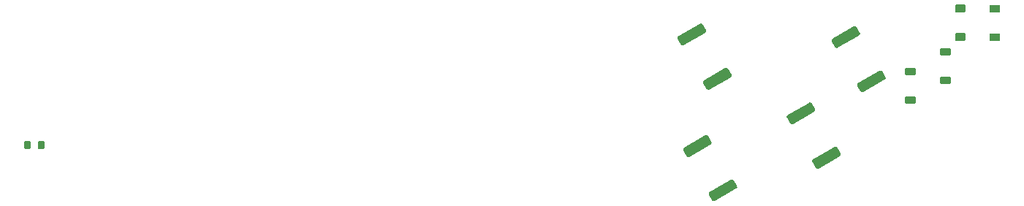
<source format=gbp>
G04 #@! TF.GenerationSoftware,KiCad,Pcbnew,7.0.10-7.0.10~ubuntu22.04.1*
G04 #@! TF.CreationDate,2024-02-13T07:31:18+00:00*
G04 #@! TF.ProjectId,uaeficopiedtovfr,75616566-6963-46f7-9069-6564746f7666,rev?*
G04 #@! TF.SameCoordinates,Original*
G04 #@! TF.FileFunction,Paste,Bot*
G04 #@! TF.FilePolarity,Positive*
%FSLAX46Y46*%
G04 Gerber Fmt 4.6, Leading zero omitted, Abs format (unit mm)*
G04 Created by KiCad (PCBNEW 7.0.10-7.0.10~ubuntu22.04.1) date 2024-02-13 07:31:18*
%MOMM*%
%LPD*%
G01*
G04 APERTURE LIST*
G04 APERTURE END LIST*
G04 #@! TO.C,D2*
G36*
G01*
X129564000Y50373000D02*
X128544000Y50373000D01*
G75*
G02*
X128454000Y50463000I0J90000D01*
G01*
X128454000Y51183000D01*
G75*
G02*
X128544000Y51273000I90000J0D01*
G01*
X129564000Y51273000D01*
G75*
G02*
X129654000Y51183000I0J-90000D01*
G01*
X129654000Y50463000D01*
G75*
G02*
X129564000Y50373000I-90000J0D01*
G01*
G37*
G36*
G01*
X129564000Y53673000D02*
X128544000Y53673000D01*
G75*
G02*
X128454000Y53763000I0J90000D01*
G01*
X128454000Y54483000D01*
G75*
G02*
X128544000Y54573000I90000J0D01*
G01*
X129564000Y54573000D01*
G75*
G02*
X129654000Y54483000I0J-90000D01*
G01*
X129654000Y53763000D01*
G75*
G02*
X129564000Y53673000I-90000J0D01*
G01*
G37*
G04 #@! TD*
G04 #@! TO.C,D5*
G36*
G01*
X125572000Y50400000D02*
X124552000Y50400000D01*
G75*
G02*
X124462000Y50490000I0J90000D01*
G01*
X124462000Y51210000D01*
G75*
G02*
X124552000Y51300000I90000J0D01*
G01*
X125572000Y51300000D01*
G75*
G02*
X125662000Y51210000I0J-90000D01*
G01*
X125662000Y50490000D01*
G75*
G02*
X125572000Y50400000I-90000J0D01*
G01*
G37*
G36*
G01*
X125572000Y53700000D02*
X124552000Y53700000D01*
G75*
G02*
X124462000Y53790000I0J90000D01*
G01*
X124462000Y54510000D01*
G75*
G02*
X124552000Y54600000I90000J0D01*
G01*
X125572000Y54600000D01*
G75*
G02*
X125662000Y54510000I0J-90000D01*
G01*
X125662000Y53790000D01*
G75*
G02*
X125572000Y53700000I-90000J0D01*
G01*
G37*
G04 #@! TD*
G04 #@! TO.C,D3*
G36*
G01*
X119794000Y43095000D02*
X118774000Y43095000D01*
G75*
G02*
X118684000Y43185000I0J90000D01*
G01*
X118684000Y43905000D01*
G75*
G02*
X118774000Y43995000I90000J0D01*
G01*
X119794000Y43995000D01*
G75*
G02*
X119884000Y43905000I0J-90000D01*
G01*
X119884000Y43185000D01*
G75*
G02*
X119794000Y43095000I-90000J0D01*
G01*
G37*
G36*
G01*
X119794000Y46395000D02*
X118774000Y46395000D01*
G75*
G02*
X118684000Y46485000I0J90000D01*
G01*
X118684000Y47205000D01*
G75*
G02*
X118774000Y47295000I90000J0D01*
G01*
X119794000Y47295000D01*
G75*
G02*
X119884000Y47205000I0J-90000D01*
G01*
X119884000Y46485000D01*
G75*
G02*
X119794000Y46395000I-90000J0D01*
G01*
G37*
G04 #@! TD*
G04 #@! TO.C,R12*
G36*
G01*
X116315586Y45900460D02*
X113847414Y44475460D01*
G75*
G02*
X113505908Y44566966I-125000J216506D01*
G01*
X113143408Y45194834D01*
G75*
G02*
X113234914Y45536340I216506J125000D01*
G01*
X115703086Y46961340D01*
G75*
G02*
X116044592Y46869834I125000J-216506D01*
G01*
X116407092Y46241966D01*
G75*
G02*
X116315586Y45900460I-216506J-125000D01*
G01*
G37*
G36*
G01*
X113353086Y51031660D02*
X110884914Y49606660D01*
G75*
G02*
X110543408Y49698166I-125000J216506D01*
G01*
X110180908Y50326034D01*
G75*
G02*
X110272414Y50667540I216506J125000D01*
G01*
X112740586Y52092540D01*
G75*
G02*
X113082092Y52001034I125000J-216506D01*
G01*
X113444592Y51373166D01*
G75*
G02*
X113353086Y51031660I-216506J-125000D01*
G01*
G37*
G04 #@! TD*
G04 #@! TO.C,D4*
G36*
G01*
X123868000Y45394000D02*
X122848000Y45394000D01*
G75*
G02*
X122758000Y45484000I0J90000D01*
G01*
X122758000Y46204000D01*
G75*
G02*
X122848000Y46294000I90000J0D01*
G01*
X123868000Y46294000D01*
G75*
G02*
X123958000Y46204000I0J-90000D01*
G01*
X123958000Y45484000D01*
G75*
G02*
X123868000Y45394000I-90000J0D01*
G01*
G37*
G36*
G01*
X123868000Y48694000D02*
X122848000Y48694000D01*
G75*
G02*
X122758000Y48784000I0J90000D01*
G01*
X122758000Y49504000D01*
G75*
G02*
X122848000Y49594000I90000J0D01*
G01*
X123868000Y49594000D01*
G75*
G02*
X123958000Y49504000I0J-90000D01*
G01*
X123958000Y48784000D01*
G75*
G02*
X123868000Y48694000I-90000J0D01*
G01*
G37*
G04 #@! TD*
G04 #@! TO.C,R5*
G36*
G01*
X16662000Y37938000D02*
X16662000Y38718000D01*
G75*
G02*
X16732000Y38788000I70000J0D01*
G01*
X17292000Y38788000D01*
G75*
G02*
X17362000Y38718000I0J-70000D01*
G01*
X17362000Y37938000D01*
G75*
G02*
X17292000Y37868000I-70000J0D01*
G01*
X16732000Y37868000D01*
G75*
G02*
X16662000Y37938000I0J70000D01*
G01*
G37*
G36*
G01*
X18262000Y37938000D02*
X18262000Y38718000D01*
G75*
G02*
X18332000Y38788000I70000J0D01*
G01*
X18892000Y38788000D01*
G75*
G02*
X18962000Y38718000I0J-70000D01*
G01*
X18962000Y37938000D01*
G75*
G02*
X18892000Y37868000I-70000J0D01*
G01*
X18332000Y37868000D01*
G75*
G02*
X18262000Y37938000I0J70000D01*
G01*
G37*
G04 #@! TD*
G04 #@! TO.C,R18*
G36*
G01*
X98465586Y46196460D02*
X95997414Y44771460D01*
G75*
G02*
X95655908Y44862966I-125000J216506D01*
G01*
X95293408Y45490834D01*
G75*
G02*
X95384914Y45832340I216506J125000D01*
G01*
X97853086Y47257340D01*
G75*
G02*
X98194592Y47165834I125000J-216506D01*
G01*
X98557092Y46537966D01*
G75*
G02*
X98465586Y46196460I-216506J-125000D01*
G01*
G37*
G36*
G01*
X95503086Y51327660D02*
X93034914Y49902660D01*
G75*
G02*
X92693408Y49994166I-125000J216506D01*
G01*
X92330908Y50622034D01*
G75*
G02*
X92422414Y50963540I216506J125000D01*
G01*
X94890586Y52388540D01*
G75*
G02*
X95232092Y52297034I125000J-216506D01*
G01*
X95594592Y51669166D01*
G75*
G02*
X95503086Y51327660I-216506J-125000D01*
G01*
G37*
G04 #@! TD*
G04 #@! TO.C,R13*
G36*
G01*
X99118586Y33268460D02*
X96650414Y31843460D01*
G75*
G02*
X96308908Y31934966I-125000J216506D01*
G01*
X95946408Y32562834D01*
G75*
G02*
X96037914Y32904340I216506J125000D01*
G01*
X98506086Y34329340D01*
G75*
G02*
X98847592Y34237834I125000J-216506D01*
G01*
X99210092Y33609966D01*
G75*
G02*
X99118586Y33268460I-216506J-125000D01*
G01*
G37*
G36*
G01*
X96156086Y38399660D02*
X93687914Y36974660D01*
G75*
G02*
X93346408Y37066166I-125000J216506D01*
G01*
X92983908Y37694034D01*
G75*
G02*
X93075414Y38035540I216506J125000D01*
G01*
X95543586Y39460540D01*
G75*
G02*
X95885092Y39369034I125000J-216506D01*
G01*
X96247592Y38741166D01*
G75*
G02*
X96156086Y38399660I-216506J-125000D01*
G01*
G37*
G04 #@! TD*
G04 #@! TO.C,R14*
G36*
G01*
X111119586Y37056460D02*
X108651414Y35631460D01*
G75*
G02*
X108309908Y35722966I-125000J216506D01*
G01*
X107947408Y36350834D01*
G75*
G02*
X108038914Y36692340I216506J125000D01*
G01*
X110507086Y38117340D01*
G75*
G02*
X110848592Y38025834I125000J-216506D01*
G01*
X111211092Y37397966D01*
G75*
G02*
X111119586Y37056460I-216506J-125000D01*
G01*
G37*
G36*
G01*
X108157086Y42187660D02*
X105688914Y40762660D01*
G75*
G02*
X105347408Y40854166I-125000J216506D01*
G01*
X104984908Y41482034D01*
G75*
G02*
X105076414Y41823540I216506J125000D01*
G01*
X107544586Y43248540D01*
G75*
G02*
X107886092Y43157034I125000J-216506D01*
G01*
X108248592Y42529166D01*
G75*
G02*
X108157086Y42187660I-216506J-125000D01*
G01*
G37*
G04 #@! TD*
M02*

</source>
